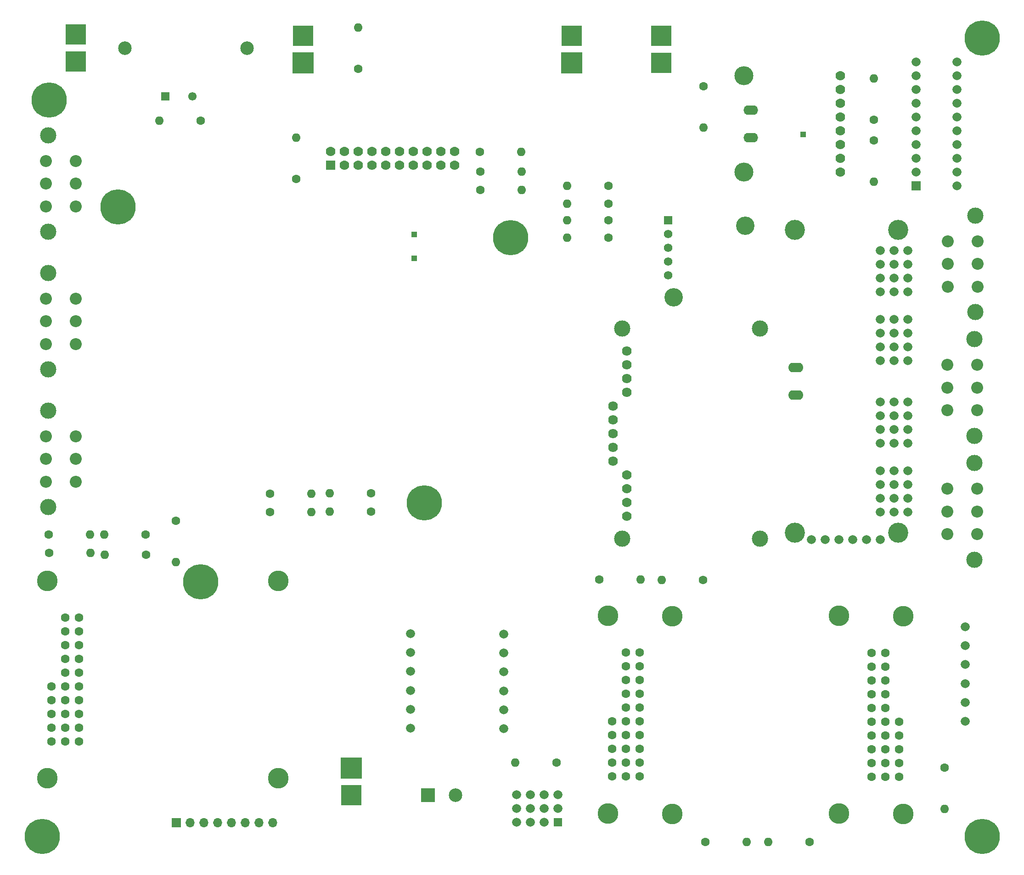
<source format=gbs>
G04 #@! TF.GenerationSoftware,KiCad,Pcbnew,(5.1.10-1-10_14)*
G04 #@! TF.CreationDate,2022-06-07T22:38:41-07:00*
G04 #@! TF.ProjectId,Control_Boards,436f6e74-726f-46c5-9f42-6f617264732e,rev?*
G04 #@! TF.SameCoordinates,Original*
G04 #@! TF.FileFunction,Soldermask,Bot*
G04 #@! TF.FilePolarity,Negative*
%FSLAX46Y46*%
G04 Gerber Fmt 4.6, Leading zero omitted, Abs format (unit mm)*
G04 Created by KiCad (PCBNEW (5.1.10-1-10_14)) date 2022-06-07 22:38:41*
%MOMM*%
%LPD*%
G01*
G04 APERTURE LIST*
%ADD10O,1.600000X1.600000*%
%ADD11C,1.600000*%
%ADD12C,1.778000*%
%ADD13O,2.700000X1.760000*%
%ADD14O,3.500000X3.500000*%
%ADD15O,1.700000X1.700000*%
%ADD16R,1.700000X1.700000*%
%ADD17C,1.780000*%
%ADD18C,3.000000*%
%ADD19C,6.500000*%
%ADD20C,3.698499*%
%ADD21C,1.670000*%
%ADD22O,2.800000X1.760000*%
%ADD23R,1.000000X1.000000*%
%ADD24C,2.997200*%
%ADD25C,2.209800*%
%ADD26C,3.800000*%
%ADD27C,1.560000*%
%ADD28R,1.560000X1.560000*%
%ADD29C,3.400000*%
%ADD30R,1.778000X1.778000*%
%ADD31R,1.670000X1.670000*%
%ADD32R,1.524000X1.524000*%
%ADD33C,2.500000*%
%ADD34R,2.500000X2.500000*%
%ADD35R,4.000000X4.000000*%
%ADD36R,3.800000X3.800000*%
%ADD37C,1.550000*%
%ADD38R,1.550000X1.550000*%
G04 APERTURE END LIST*
D10*
X140208000Y-57785000D03*
D11*
X147828000Y-57785000D03*
D12*
X190627000Y-45656500D03*
X190627000Y-43116500D03*
X190627000Y-40576500D03*
X190627000Y-38036500D03*
X190627000Y-35496500D03*
X190627000Y-32956500D03*
X190627000Y-30416500D03*
X190627000Y-27876500D03*
D13*
X174117000Y-39306500D03*
X174117000Y-34226500D03*
D14*
X172847000Y-45656500D03*
X172847000Y-27876500D03*
D15*
X85979000Y-165735000D03*
X83439000Y-165735000D03*
X80899000Y-165735000D03*
X78359000Y-165735000D03*
X75819000Y-165735000D03*
X73279000Y-165735000D03*
X70739000Y-165735000D03*
D16*
X68199000Y-165735000D03*
D17*
X151257000Y-78676500D03*
X151257000Y-81216500D03*
X151257000Y-83756500D03*
X151257000Y-86296500D03*
X148717000Y-88836500D03*
X148717000Y-91376500D03*
X148717000Y-93916500D03*
X148717000Y-96456500D03*
X148717000Y-98996500D03*
D18*
X150377000Y-74506500D03*
X175777000Y-74506500D03*
X175777000Y-113306500D03*
X150377000Y-113306500D03*
D12*
X151257000Y-109156500D03*
X151257000Y-104076500D03*
X151257000Y-106616500D03*
X151257000Y-101536500D03*
D19*
X72644000Y-121285000D03*
X113919000Y-106680000D03*
X129794000Y-57785000D03*
X57404000Y-52070000D03*
D20*
X201277000Y-112186500D03*
X182245000Y-112186500D03*
X182245000Y-56324500D03*
X201277000Y-56324500D03*
D21*
X197993000Y-113474500D03*
X195453000Y-113474500D03*
X192913000Y-113474500D03*
X190373000Y-113474500D03*
X187833000Y-113474500D03*
X185293000Y-113474500D03*
D22*
X182397400Y-86804500D03*
X182397400Y-81724500D03*
D21*
X197993000Y-108394500D03*
X200533000Y-108394500D03*
X203073000Y-108394500D03*
X197993000Y-105854500D03*
X200533000Y-105854500D03*
X203073000Y-105854500D03*
X197993000Y-103314500D03*
X200533000Y-103314500D03*
X203073000Y-103314500D03*
X197993000Y-100774500D03*
X200533000Y-100774500D03*
X203073000Y-100774500D03*
X197993000Y-95694500D03*
X200533000Y-95694500D03*
X203073000Y-95694500D03*
X197993000Y-93154500D03*
X200533000Y-93154500D03*
X203073000Y-93154500D03*
X197993000Y-90614500D03*
X200533000Y-90614500D03*
X203073000Y-90614500D03*
X197993000Y-88074500D03*
X200533000Y-88074500D03*
X203073000Y-88074500D03*
X197993000Y-80454500D03*
X200533000Y-80454500D03*
X203073000Y-80454500D03*
X197993000Y-77914500D03*
X200533000Y-77914500D03*
X203073000Y-77914500D03*
X197993000Y-75374500D03*
X200533000Y-75374500D03*
X203073000Y-75374500D03*
X197993000Y-72834500D03*
X200533000Y-72834500D03*
X203073000Y-72834500D03*
X197993000Y-67754500D03*
X200533000Y-67754500D03*
X203073000Y-67754500D03*
X197993000Y-65214500D03*
X200533000Y-65214500D03*
X203073000Y-65214500D03*
X197993000Y-62674500D03*
X200533000Y-62674500D03*
X203073000Y-62674500D03*
X197993000Y-60134500D03*
X200533000Y-60134500D03*
X203073000Y-60134500D03*
D23*
X183769000Y-38735000D03*
X112014000Y-61595000D03*
X112014000Y-57150000D03*
D24*
X215493600Y-53715920D03*
X215493600Y-71521320D03*
D25*
X215950800Y-66822320D03*
X215950800Y-62621160D03*
X215950800Y-58420000D03*
X210439000Y-66822320D03*
X210439000Y-62621160D03*
X210439000Y-58420000D03*
D11*
X47715575Y-127854858D03*
X50255575Y-127854858D03*
X47715575Y-130394858D03*
X50255575Y-130394858D03*
X47715575Y-132934858D03*
X50255575Y-132934858D03*
X47715575Y-135474858D03*
X50255575Y-135474858D03*
X47715575Y-138014858D03*
X50255575Y-138014858D03*
X47715575Y-140554858D03*
X50255575Y-140554858D03*
X47715575Y-143094858D03*
X50255575Y-143094858D03*
X47715575Y-145634858D03*
X50255575Y-145634858D03*
X47715575Y-148174858D03*
X50255575Y-148174858D03*
X47715575Y-150714858D03*
X50255575Y-150714858D03*
X45175575Y-140554858D03*
X45175575Y-143094858D03*
X45175575Y-145634858D03*
X45175575Y-148174858D03*
X45175575Y-150714858D03*
D26*
X44445575Y-121094858D03*
X44445575Y-157543858D03*
X86990575Y-121094858D03*
X86990575Y-157543858D03*
D27*
X158877000Y-64706500D03*
X158877000Y-62166500D03*
X158877000Y-59626500D03*
X158877000Y-57086500D03*
D28*
X158877000Y-54546500D03*
D29*
X173107000Y-55576500D03*
X159907000Y-68776500D03*
D21*
X213614000Y-129540000D03*
X213614000Y-133040000D03*
X213614000Y-136540000D03*
X213614000Y-140040000D03*
X213614000Y-143540000D03*
X213614000Y-147040000D03*
X128524000Y-148391556D03*
X128524000Y-144891556D03*
X128524000Y-141391556D03*
X128524000Y-137891556D03*
X128524000Y-134391556D03*
X128524000Y-130891556D03*
X111379000Y-130810000D03*
X111379000Y-134310000D03*
X111379000Y-137810000D03*
X111379000Y-141310000D03*
X111379000Y-144810000D03*
X111379000Y-148310000D03*
D30*
X96647000Y-44386500D03*
D12*
X96647000Y-41846500D03*
X99187000Y-44386500D03*
X101727000Y-44386500D03*
X104267000Y-44386500D03*
X106807000Y-44386500D03*
X109347000Y-44386500D03*
X111887000Y-44386500D03*
X114427000Y-44386500D03*
X116967000Y-44386500D03*
X119507000Y-44386500D03*
X99187000Y-41846500D03*
X101727000Y-41846500D03*
X104267000Y-41846500D03*
X106807000Y-41846500D03*
X109347000Y-41846500D03*
X111887000Y-41846500D03*
X114427000Y-41846500D03*
X116967000Y-41846500D03*
X119507000Y-41846500D03*
D31*
X204597000Y-48196500D03*
D21*
X204597000Y-45656500D03*
X204597000Y-43116500D03*
X204597000Y-40576500D03*
X204597000Y-38036500D03*
X204597000Y-35496500D03*
X204597000Y-32956500D03*
X204597000Y-30416500D03*
X204597000Y-27876500D03*
X204597000Y-25336500D03*
X212097000Y-48196500D03*
X212097000Y-45656500D03*
X212097000Y-43116500D03*
X212097000Y-40576500D03*
X212097000Y-38036500D03*
X212097000Y-35496500D03*
X212097000Y-32956500D03*
X212097000Y-30416500D03*
X212097000Y-27876500D03*
X212097000Y-25336500D03*
X130937000Y-160591500D03*
X130937000Y-163131500D03*
X130937000Y-165671500D03*
X133477000Y-160591500D03*
X133477000Y-163131500D03*
X133477000Y-165671500D03*
X136017000Y-160591500D03*
X136017000Y-163131500D03*
X136017000Y-165671500D03*
X138557000Y-160591500D03*
D32*
X138557000Y-165671500D03*
D21*
X138557000Y-163131500D03*
D33*
X81277000Y-22796500D03*
X58677000Y-22796500D03*
D34*
X114554000Y-160655000D03*
D33*
X119634000Y-160655000D03*
D35*
X100457000Y-155655000D03*
D36*
X100457000Y-160655000D03*
X157607000Y-25510500D03*
X157607000Y-20510500D03*
D35*
X141097000Y-25510500D03*
D36*
X141097000Y-20510500D03*
X49657000Y-25256500D03*
X49657000Y-20256500D03*
D35*
X91567000Y-25510500D03*
D36*
X91567000Y-20510500D03*
D11*
X198914000Y-134395000D03*
X196374000Y-134395000D03*
X198914000Y-136935000D03*
X196374000Y-136935000D03*
X198914000Y-139475000D03*
X196374000Y-139475000D03*
X198914000Y-142015000D03*
X196374000Y-142015000D03*
X198914000Y-144555000D03*
X196374000Y-144555000D03*
X198914000Y-147095000D03*
X196374000Y-147095000D03*
X198914000Y-149635000D03*
X196374000Y-149635000D03*
X198914000Y-152175000D03*
X196374000Y-152175000D03*
X198914000Y-154715000D03*
X196374000Y-154715000D03*
X198914000Y-157255000D03*
X196374000Y-157255000D03*
X201454000Y-147095000D03*
X201454000Y-149635000D03*
X201454000Y-152175000D03*
X201454000Y-154715000D03*
X201454000Y-157255000D03*
D26*
X202184000Y-127635000D03*
X202184000Y-164084000D03*
X159639000Y-127635000D03*
X159639000Y-164084000D03*
D11*
X151056770Y-134312086D03*
X153596770Y-134312086D03*
X151056770Y-136852086D03*
X153596770Y-136852086D03*
X151056770Y-139392086D03*
X153596770Y-139392086D03*
X151056770Y-141932086D03*
X153596770Y-141932086D03*
X151056770Y-144472086D03*
X153596770Y-144472086D03*
X151056770Y-147012086D03*
X153596770Y-147012086D03*
X151056770Y-149552086D03*
X153596770Y-149552086D03*
X151056770Y-152092086D03*
X153596770Y-152092086D03*
X151056770Y-154632086D03*
X153596770Y-154632086D03*
X151056770Y-157172086D03*
X153596770Y-157172086D03*
X148516770Y-147012086D03*
X148516770Y-149552086D03*
X148516770Y-152092086D03*
X148516770Y-154632086D03*
X148516770Y-157172086D03*
D26*
X147786770Y-127552086D03*
X147786770Y-164001086D03*
X190331770Y-127552086D03*
X190331770Y-164001086D03*
D19*
X43434000Y-168275000D03*
X44704000Y-32385000D03*
X216789000Y-168275000D03*
X216789000Y-20955000D03*
D37*
X71167000Y-31686500D03*
D38*
X66167000Y-31686500D03*
D24*
X44602400Y-56710580D03*
X44602400Y-38905180D03*
D25*
X44145200Y-43604180D03*
X44145200Y-47805340D03*
X44145200Y-52006500D03*
X49657000Y-43604180D03*
X49657000Y-47805340D03*
X49657000Y-52006500D03*
D24*
X44602400Y-107510580D03*
X44602400Y-89705180D03*
D25*
X44145200Y-94404180D03*
X44145200Y-98605340D03*
X44145200Y-102806500D03*
X49657000Y-94404180D03*
X49657000Y-98605340D03*
X49657000Y-102806500D03*
D24*
X215366600Y-99372420D03*
X215366600Y-117177820D03*
D25*
X215823800Y-112478820D03*
X215823800Y-108277660D03*
X215823800Y-104076500D03*
X210312000Y-112478820D03*
X210312000Y-108277660D03*
X210312000Y-104076500D03*
D24*
X44602400Y-82110580D03*
X44602400Y-64305180D03*
D25*
X44145200Y-69004180D03*
X44145200Y-73205340D03*
X44145200Y-77406500D03*
X49657000Y-69004180D03*
X49657000Y-73205340D03*
X49657000Y-77406500D03*
D24*
X215366600Y-76512420D03*
X215366600Y-94317820D03*
D25*
X215823800Y-89618820D03*
X215823800Y-85417660D03*
X215823800Y-81216500D03*
X210312000Y-89618820D03*
X210312000Y-85417660D03*
X210312000Y-81216500D03*
D10*
X54940200Y-112585500D03*
D11*
X62560200Y-112585500D03*
D10*
X153787782Y-120852641D03*
D11*
X146167782Y-120852641D03*
D10*
X130657600Y-154622500D03*
D11*
X138277600Y-154622500D03*
D10*
X90297000Y-39306500D03*
D11*
X90297000Y-46926500D03*
D10*
X96481735Y-104918696D03*
D11*
X104101735Y-104918696D03*
D10*
X209804000Y-163195000D03*
D11*
X209804000Y-155575000D03*
D10*
X68097400Y-117640100D03*
D11*
X68097400Y-110020100D03*
D10*
X54965600Y-116268500D03*
D11*
X62585600Y-116268500D03*
D10*
X93078135Y-104994896D03*
D11*
X85458135Y-104994896D03*
D10*
X173320382Y-169265041D03*
D11*
X165700382Y-169265041D03*
D10*
X52273200Y-112585500D03*
D11*
X44653200Y-112585500D03*
D10*
X157683200Y-120916700D03*
D11*
X165303200Y-120916700D03*
D10*
X93078135Y-108373096D03*
D11*
X85458135Y-108373096D03*
D10*
X96456335Y-108347696D03*
D11*
X104076335Y-108347696D03*
D10*
X140233400Y-48196500D03*
D11*
X147853400Y-48196500D03*
D10*
X52349400Y-115938300D03*
D11*
X44729400Y-115938300D03*
D10*
X140208000Y-54571900D03*
D11*
X147828000Y-54571900D03*
D10*
X196842253Y-47430465D03*
D11*
X196842253Y-39810465D03*
D10*
X101727000Y-18986500D03*
D11*
X101727000Y-26606500D03*
D10*
X131851400Y-48958500D03*
D11*
X124231400Y-48958500D03*
D10*
X131826000Y-45554900D03*
D11*
X124206000Y-45554900D03*
D10*
X131775200Y-41922700D03*
D11*
X124155200Y-41922700D03*
D10*
X196842253Y-28380465D03*
D11*
X196842253Y-36000465D03*
D10*
X65024000Y-36195000D03*
D11*
X72644000Y-36195000D03*
D10*
X140284200Y-51473100D03*
D11*
X147904200Y-51473100D03*
D10*
X165354000Y-37465000D03*
D11*
X165354000Y-29845000D03*
D10*
X177292000Y-169278300D03*
D11*
X184912000Y-169278300D03*
M02*

</source>
